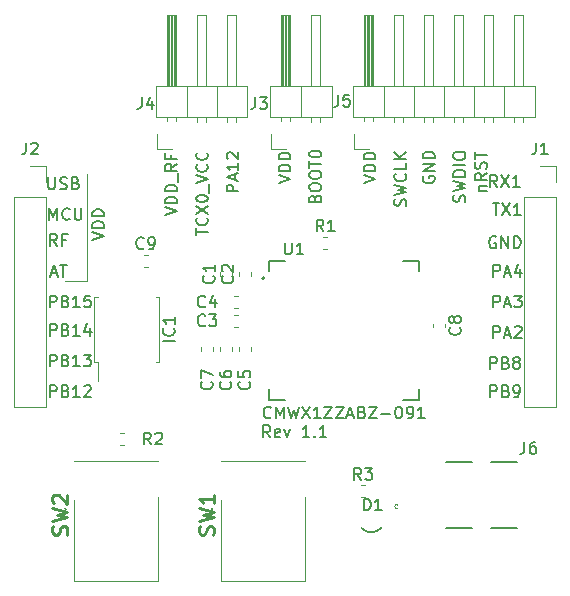
<source format=gbr>
G04 #@! TF.GenerationSoftware,KiCad,Pcbnew,(5.1.4)-1*
G04 #@! TF.CreationDate,2020-02-25T16:56:55+01:00*
G04 #@! TF.ProjectId,Master Thesis PCB,4d617374-6572-4205-9468-657369732050,rev?*
G04 #@! TF.SameCoordinates,Original*
G04 #@! TF.FileFunction,Legend,Top*
G04 #@! TF.FilePolarity,Positive*
%FSLAX46Y46*%
G04 Gerber Fmt 4.6, Leading zero omitted, Abs format (unit mm)*
G04 Created by KiCad (PCBNEW (5.1.4)-1) date 2020-02-25 16:56:55*
%MOMM*%
%LPD*%
G04 APERTURE LIST*
%ADD10C,0.150000*%
%ADD11C,0.120000*%
%ADD12C,0.200000*%
%ADD13C,0.100000*%
%ADD14C,0.127000*%
%ADD15C,0.015000*%
%ADD16C,0.254000*%
G04 APERTURE END LIST*
D10*
X121128571Y-101652380D02*
X120795238Y-101176190D01*
X120557142Y-101652380D02*
X120557142Y-100652380D01*
X120938095Y-100652380D01*
X121033333Y-100700000D01*
X121080952Y-100747619D01*
X121128571Y-100842857D01*
X121128571Y-100985714D01*
X121080952Y-101080952D01*
X121033333Y-101128571D01*
X120938095Y-101176190D01*
X120557142Y-101176190D01*
X121938095Y-101604761D02*
X121842857Y-101652380D01*
X121652380Y-101652380D01*
X121557142Y-101604761D01*
X121509523Y-101509523D01*
X121509523Y-101128571D01*
X121557142Y-101033333D01*
X121652380Y-100985714D01*
X121842857Y-100985714D01*
X121938095Y-101033333D01*
X121985714Y-101128571D01*
X121985714Y-101223809D01*
X121509523Y-101319047D01*
X122319047Y-100985714D02*
X122557142Y-101652380D01*
X122795238Y-100985714D01*
X124461904Y-101652380D02*
X123890476Y-101652380D01*
X124176190Y-101652380D02*
X124176190Y-100652380D01*
X124080952Y-100795238D01*
X123985714Y-100890476D01*
X123890476Y-100938095D01*
X124890476Y-101557142D02*
X124938095Y-101604761D01*
X124890476Y-101652380D01*
X124842857Y-101604761D01*
X124890476Y-101557142D01*
X124890476Y-101652380D01*
X125890476Y-101652380D02*
X125319047Y-101652380D01*
X125604761Y-101652380D02*
X125604761Y-100652380D01*
X125509523Y-100795238D01*
X125414285Y-100890476D01*
X125319047Y-100938095D01*
X102485714Y-98252380D02*
X102485714Y-97252380D01*
X102866666Y-97252380D01*
X102961904Y-97300000D01*
X103009523Y-97347619D01*
X103057142Y-97442857D01*
X103057142Y-97585714D01*
X103009523Y-97680952D01*
X102961904Y-97728571D01*
X102866666Y-97776190D01*
X102485714Y-97776190D01*
X103819047Y-97728571D02*
X103961904Y-97776190D01*
X104009523Y-97823809D01*
X104057142Y-97919047D01*
X104057142Y-98061904D01*
X104009523Y-98157142D01*
X103961904Y-98204761D01*
X103866666Y-98252380D01*
X103485714Y-98252380D01*
X103485714Y-97252380D01*
X103819047Y-97252380D01*
X103914285Y-97300000D01*
X103961904Y-97347619D01*
X104009523Y-97442857D01*
X104009523Y-97538095D01*
X103961904Y-97633333D01*
X103914285Y-97680952D01*
X103819047Y-97728571D01*
X103485714Y-97728571D01*
X105009523Y-98252380D02*
X104438095Y-98252380D01*
X104723809Y-98252380D02*
X104723809Y-97252380D01*
X104628571Y-97395238D01*
X104533333Y-97490476D01*
X104438095Y-97538095D01*
X105390476Y-97347619D02*
X105438095Y-97300000D01*
X105533333Y-97252380D01*
X105771428Y-97252380D01*
X105866666Y-97300000D01*
X105914285Y-97347619D01*
X105961904Y-97442857D01*
X105961904Y-97538095D01*
X105914285Y-97680952D01*
X105342857Y-98252380D01*
X105961904Y-98252380D01*
X102485714Y-95652380D02*
X102485714Y-94652380D01*
X102866666Y-94652380D01*
X102961904Y-94700000D01*
X103009523Y-94747619D01*
X103057142Y-94842857D01*
X103057142Y-94985714D01*
X103009523Y-95080952D01*
X102961904Y-95128571D01*
X102866666Y-95176190D01*
X102485714Y-95176190D01*
X103819047Y-95128571D02*
X103961904Y-95176190D01*
X104009523Y-95223809D01*
X104057142Y-95319047D01*
X104057142Y-95461904D01*
X104009523Y-95557142D01*
X103961904Y-95604761D01*
X103866666Y-95652380D01*
X103485714Y-95652380D01*
X103485714Y-94652380D01*
X103819047Y-94652380D01*
X103914285Y-94700000D01*
X103961904Y-94747619D01*
X104009523Y-94842857D01*
X104009523Y-94938095D01*
X103961904Y-95033333D01*
X103914285Y-95080952D01*
X103819047Y-95128571D01*
X103485714Y-95128571D01*
X105009523Y-95652380D02*
X104438095Y-95652380D01*
X104723809Y-95652380D02*
X104723809Y-94652380D01*
X104628571Y-94795238D01*
X104533333Y-94890476D01*
X104438095Y-94938095D01*
X105342857Y-94652380D02*
X105961904Y-94652380D01*
X105628571Y-95033333D01*
X105771428Y-95033333D01*
X105866666Y-95080952D01*
X105914285Y-95128571D01*
X105961904Y-95223809D01*
X105961904Y-95461904D01*
X105914285Y-95557142D01*
X105866666Y-95604761D01*
X105771428Y-95652380D01*
X105485714Y-95652380D01*
X105390476Y-95604761D01*
X105342857Y-95557142D01*
X102485714Y-93052380D02*
X102485714Y-92052380D01*
X102866666Y-92052380D01*
X102961904Y-92100000D01*
X103009523Y-92147619D01*
X103057142Y-92242857D01*
X103057142Y-92385714D01*
X103009523Y-92480952D01*
X102961904Y-92528571D01*
X102866666Y-92576190D01*
X102485714Y-92576190D01*
X103819047Y-92528571D02*
X103961904Y-92576190D01*
X104009523Y-92623809D01*
X104057142Y-92719047D01*
X104057142Y-92861904D01*
X104009523Y-92957142D01*
X103961904Y-93004761D01*
X103866666Y-93052380D01*
X103485714Y-93052380D01*
X103485714Y-92052380D01*
X103819047Y-92052380D01*
X103914285Y-92100000D01*
X103961904Y-92147619D01*
X104009523Y-92242857D01*
X104009523Y-92338095D01*
X103961904Y-92433333D01*
X103914285Y-92480952D01*
X103819047Y-92528571D01*
X103485714Y-92528571D01*
X105009523Y-93052380D02*
X104438095Y-93052380D01*
X104723809Y-93052380D02*
X104723809Y-92052380D01*
X104628571Y-92195238D01*
X104533333Y-92290476D01*
X104438095Y-92338095D01*
X105866666Y-92385714D02*
X105866666Y-93052380D01*
X105628571Y-92004761D02*
X105390476Y-92719047D01*
X106009523Y-92719047D01*
X102485714Y-90652380D02*
X102485714Y-89652380D01*
X102866666Y-89652380D01*
X102961904Y-89700000D01*
X103009523Y-89747619D01*
X103057142Y-89842857D01*
X103057142Y-89985714D01*
X103009523Y-90080952D01*
X102961904Y-90128571D01*
X102866666Y-90176190D01*
X102485714Y-90176190D01*
X103819047Y-90128571D02*
X103961904Y-90176190D01*
X104009523Y-90223809D01*
X104057142Y-90319047D01*
X104057142Y-90461904D01*
X104009523Y-90557142D01*
X103961904Y-90604761D01*
X103866666Y-90652380D01*
X103485714Y-90652380D01*
X103485714Y-89652380D01*
X103819047Y-89652380D01*
X103914285Y-89700000D01*
X103961904Y-89747619D01*
X104009523Y-89842857D01*
X104009523Y-89938095D01*
X103961904Y-90033333D01*
X103914285Y-90080952D01*
X103819047Y-90128571D01*
X103485714Y-90128571D01*
X105009523Y-90652380D02*
X104438095Y-90652380D01*
X104723809Y-90652380D02*
X104723809Y-89652380D01*
X104628571Y-89795238D01*
X104533333Y-89890476D01*
X104438095Y-89938095D01*
X105914285Y-89652380D02*
X105438095Y-89652380D01*
X105390476Y-90128571D01*
X105438095Y-90080952D01*
X105533333Y-90033333D01*
X105771428Y-90033333D01*
X105866666Y-90080952D01*
X105914285Y-90128571D01*
X105961904Y-90223809D01*
X105961904Y-90461904D01*
X105914285Y-90557142D01*
X105866666Y-90604761D01*
X105771428Y-90652380D01*
X105533333Y-90652380D01*
X105438095Y-90604761D01*
X105390476Y-90557142D01*
X106052380Y-84933333D02*
X107052380Y-84600000D01*
X106052380Y-84266666D01*
X107052380Y-83933333D02*
X106052380Y-83933333D01*
X106052380Y-83695238D01*
X106100000Y-83552380D01*
X106195238Y-83457142D01*
X106290476Y-83409523D01*
X106480952Y-83361904D01*
X106623809Y-83361904D01*
X106814285Y-83409523D01*
X106909523Y-83457142D01*
X107004761Y-83552380D01*
X107052380Y-83695238D01*
X107052380Y-83933333D01*
X107052380Y-82933333D02*
X106052380Y-82933333D01*
X106052380Y-82695238D01*
X106100000Y-82552380D01*
X106195238Y-82457142D01*
X106290476Y-82409523D01*
X106480952Y-82361904D01*
X106623809Y-82361904D01*
X106814285Y-82409523D01*
X106909523Y-82457142D01*
X107004761Y-82552380D01*
X107052380Y-82695238D01*
X107052380Y-82933333D01*
D11*
X105600000Y-88400000D02*
X105600000Y-79400000D01*
X103800000Y-88400000D02*
X105600000Y-88400000D01*
D10*
X102442857Y-83252380D02*
X102442857Y-82252380D01*
X102776190Y-82966666D01*
X103109523Y-82252380D01*
X103109523Y-83252380D01*
X104157142Y-83157142D02*
X104109523Y-83204761D01*
X103966666Y-83252380D01*
X103871428Y-83252380D01*
X103728571Y-83204761D01*
X103633333Y-83109523D01*
X103585714Y-83014285D01*
X103538095Y-82823809D01*
X103538095Y-82680952D01*
X103585714Y-82490476D01*
X103633333Y-82395238D01*
X103728571Y-82300000D01*
X103871428Y-82252380D01*
X103966666Y-82252380D01*
X104109523Y-82300000D01*
X104157142Y-82347619D01*
X104585714Y-82252380D02*
X104585714Y-83061904D01*
X104633333Y-83157142D01*
X104680952Y-83204761D01*
X104776190Y-83252380D01*
X104966666Y-83252380D01*
X105061904Y-83204761D01*
X105109523Y-83157142D01*
X105157142Y-83061904D01*
X105157142Y-82252380D01*
X103080952Y-85452380D02*
X102747619Y-84976190D01*
X102509523Y-85452380D02*
X102509523Y-84452380D01*
X102890476Y-84452380D01*
X102985714Y-84500000D01*
X103033333Y-84547619D01*
X103080952Y-84642857D01*
X103080952Y-84785714D01*
X103033333Y-84880952D01*
X102985714Y-84928571D01*
X102890476Y-84976190D01*
X102509523Y-84976190D01*
X103842857Y-84928571D02*
X103509523Y-84928571D01*
X103509523Y-85452380D02*
X103509523Y-84452380D01*
X103985714Y-84452380D01*
X102580952Y-87766666D02*
X103057142Y-87766666D01*
X102485714Y-88052380D02*
X102819047Y-87052380D01*
X103152380Y-88052380D01*
X103342857Y-87052380D02*
X103914285Y-87052380D01*
X103628571Y-88052380D02*
X103628571Y-87052380D01*
X102338095Y-79652380D02*
X102338095Y-80461904D01*
X102385714Y-80557142D01*
X102433333Y-80604761D01*
X102528571Y-80652380D01*
X102719047Y-80652380D01*
X102814285Y-80604761D01*
X102861904Y-80557142D01*
X102909523Y-80461904D01*
X102909523Y-79652380D01*
X103338095Y-80604761D02*
X103480952Y-80652380D01*
X103719047Y-80652380D01*
X103814285Y-80604761D01*
X103861904Y-80557142D01*
X103909523Y-80461904D01*
X103909523Y-80366666D01*
X103861904Y-80271428D01*
X103814285Y-80223809D01*
X103719047Y-80176190D01*
X103528571Y-80128571D01*
X103433333Y-80080952D01*
X103385714Y-80033333D01*
X103338095Y-79938095D01*
X103338095Y-79842857D01*
X103385714Y-79747619D01*
X103433333Y-79700000D01*
X103528571Y-79652380D01*
X103766666Y-79652380D01*
X103909523Y-79700000D01*
X104671428Y-80128571D02*
X104814285Y-80176190D01*
X104861904Y-80223809D01*
X104909523Y-80319047D01*
X104909523Y-80461904D01*
X104861904Y-80557142D01*
X104814285Y-80604761D01*
X104719047Y-80652380D01*
X104338095Y-80652380D01*
X104338095Y-79652380D01*
X104671428Y-79652380D01*
X104766666Y-79700000D01*
X104814285Y-79747619D01*
X104861904Y-79842857D01*
X104861904Y-79938095D01*
X104814285Y-80033333D01*
X104766666Y-80080952D01*
X104671428Y-80128571D01*
X104338095Y-80128571D01*
X139761904Y-98252380D02*
X139761904Y-97252380D01*
X140142857Y-97252380D01*
X140238095Y-97300000D01*
X140285714Y-97347619D01*
X140333333Y-97442857D01*
X140333333Y-97585714D01*
X140285714Y-97680952D01*
X140238095Y-97728571D01*
X140142857Y-97776190D01*
X139761904Y-97776190D01*
X141095238Y-97728571D02*
X141238095Y-97776190D01*
X141285714Y-97823809D01*
X141333333Y-97919047D01*
X141333333Y-98061904D01*
X141285714Y-98157142D01*
X141238095Y-98204761D01*
X141142857Y-98252380D01*
X140761904Y-98252380D01*
X140761904Y-97252380D01*
X141095238Y-97252380D01*
X141190476Y-97300000D01*
X141238095Y-97347619D01*
X141285714Y-97442857D01*
X141285714Y-97538095D01*
X141238095Y-97633333D01*
X141190476Y-97680952D01*
X141095238Y-97728571D01*
X140761904Y-97728571D01*
X141809523Y-98252380D02*
X142000000Y-98252380D01*
X142095238Y-98204761D01*
X142142857Y-98157142D01*
X142238095Y-98014285D01*
X142285714Y-97823809D01*
X142285714Y-97442857D01*
X142238095Y-97347619D01*
X142190476Y-97300000D01*
X142095238Y-97252380D01*
X141904761Y-97252380D01*
X141809523Y-97300000D01*
X141761904Y-97347619D01*
X141714285Y-97442857D01*
X141714285Y-97680952D01*
X141761904Y-97776190D01*
X141809523Y-97823809D01*
X141904761Y-97871428D01*
X142095238Y-97871428D01*
X142190476Y-97823809D01*
X142238095Y-97776190D01*
X142285714Y-97680952D01*
X139761904Y-95852380D02*
X139761904Y-94852380D01*
X140142857Y-94852380D01*
X140238095Y-94900000D01*
X140285714Y-94947619D01*
X140333333Y-95042857D01*
X140333333Y-95185714D01*
X140285714Y-95280952D01*
X140238095Y-95328571D01*
X140142857Y-95376190D01*
X139761904Y-95376190D01*
X141095238Y-95328571D02*
X141238095Y-95376190D01*
X141285714Y-95423809D01*
X141333333Y-95519047D01*
X141333333Y-95661904D01*
X141285714Y-95757142D01*
X141238095Y-95804761D01*
X141142857Y-95852380D01*
X140761904Y-95852380D01*
X140761904Y-94852380D01*
X141095238Y-94852380D01*
X141190476Y-94900000D01*
X141238095Y-94947619D01*
X141285714Y-95042857D01*
X141285714Y-95138095D01*
X141238095Y-95233333D01*
X141190476Y-95280952D01*
X141095238Y-95328571D01*
X140761904Y-95328571D01*
X141904761Y-95280952D02*
X141809523Y-95233333D01*
X141761904Y-95185714D01*
X141714285Y-95090476D01*
X141714285Y-95042857D01*
X141761904Y-94947619D01*
X141809523Y-94900000D01*
X141904761Y-94852380D01*
X142095238Y-94852380D01*
X142190476Y-94900000D01*
X142238095Y-94947619D01*
X142285714Y-95042857D01*
X142285714Y-95090476D01*
X142238095Y-95185714D01*
X142190476Y-95233333D01*
X142095238Y-95280952D01*
X141904761Y-95280952D01*
X141809523Y-95328571D01*
X141761904Y-95376190D01*
X141714285Y-95471428D01*
X141714285Y-95661904D01*
X141761904Y-95757142D01*
X141809523Y-95804761D01*
X141904761Y-95852380D01*
X142095238Y-95852380D01*
X142190476Y-95804761D01*
X142238095Y-95757142D01*
X142285714Y-95661904D01*
X142285714Y-95471428D01*
X142238095Y-95376190D01*
X142190476Y-95328571D01*
X142095238Y-95280952D01*
X140033333Y-93252380D02*
X140033333Y-92252380D01*
X140414285Y-92252380D01*
X140509523Y-92300000D01*
X140557142Y-92347619D01*
X140604761Y-92442857D01*
X140604761Y-92585714D01*
X140557142Y-92680952D01*
X140509523Y-92728571D01*
X140414285Y-92776190D01*
X140033333Y-92776190D01*
X140985714Y-92966666D02*
X141461904Y-92966666D01*
X140890476Y-93252380D02*
X141223809Y-92252380D01*
X141557142Y-93252380D01*
X141842857Y-92347619D02*
X141890476Y-92300000D01*
X141985714Y-92252380D01*
X142223809Y-92252380D01*
X142319047Y-92300000D01*
X142366666Y-92347619D01*
X142414285Y-92442857D01*
X142414285Y-92538095D01*
X142366666Y-92680952D01*
X141795238Y-93252380D01*
X142414285Y-93252380D01*
X140033333Y-90652380D02*
X140033333Y-89652380D01*
X140414285Y-89652380D01*
X140509523Y-89700000D01*
X140557142Y-89747619D01*
X140604761Y-89842857D01*
X140604761Y-89985714D01*
X140557142Y-90080952D01*
X140509523Y-90128571D01*
X140414285Y-90176190D01*
X140033333Y-90176190D01*
X140985714Y-90366666D02*
X141461904Y-90366666D01*
X140890476Y-90652380D02*
X141223809Y-89652380D01*
X141557142Y-90652380D01*
X141795238Y-89652380D02*
X142414285Y-89652380D01*
X142080952Y-90033333D01*
X142223809Y-90033333D01*
X142319047Y-90080952D01*
X142366666Y-90128571D01*
X142414285Y-90223809D01*
X142414285Y-90461904D01*
X142366666Y-90557142D01*
X142319047Y-90604761D01*
X142223809Y-90652380D01*
X141938095Y-90652380D01*
X141842857Y-90604761D01*
X141795238Y-90557142D01*
X140033333Y-88052380D02*
X140033333Y-87052380D01*
X140414285Y-87052380D01*
X140509523Y-87100000D01*
X140557142Y-87147619D01*
X140604761Y-87242857D01*
X140604761Y-87385714D01*
X140557142Y-87480952D01*
X140509523Y-87528571D01*
X140414285Y-87576190D01*
X140033333Y-87576190D01*
X140985714Y-87766666D02*
X141461904Y-87766666D01*
X140890476Y-88052380D02*
X141223809Y-87052380D01*
X141557142Y-88052380D01*
X142319047Y-87385714D02*
X142319047Y-88052380D01*
X142080952Y-87004761D02*
X141842857Y-87719047D01*
X142461904Y-87719047D01*
X140238095Y-84700000D02*
X140142857Y-84652380D01*
X140000000Y-84652380D01*
X139857142Y-84700000D01*
X139761904Y-84795238D01*
X139714285Y-84890476D01*
X139666666Y-85080952D01*
X139666666Y-85223809D01*
X139714285Y-85414285D01*
X139761904Y-85509523D01*
X139857142Y-85604761D01*
X140000000Y-85652380D01*
X140095238Y-85652380D01*
X140238095Y-85604761D01*
X140285714Y-85557142D01*
X140285714Y-85223809D01*
X140095238Y-85223809D01*
X140714285Y-85652380D02*
X140714285Y-84652380D01*
X141285714Y-85652380D01*
X141285714Y-84652380D01*
X141761904Y-85652380D02*
X141761904Y-84652380D01*
X142000000Y-84652380D01*
X142142857Y-84700000D01*
X142238095Y-84795238D01*
X142285714Y-84890476D01*
X142333333Y-85080952D01*
X142333333Y-85223809D01*
X142285714Y-85414285D01*
X142238095Y-85509523D01*
X142142857Y-85604761D01*
X142000000Y-85652380D01*
X141761904Y-85652380D01*
X139961904Y-81852380D02*
X140533333Y-81852380D01*
X140247619Y-82852380D02*
X140247619Y-81852380D01*
X140771428Y-81852380D02*
X141438095Y-82852380D01*
X141438095Y-81852380D02*
X140771428Y-82852380D01*
X142342857Y-82852380D02*
X141771428Y-82852380D01*
X142057142Y-82852380D02*
X142057142Y-81852380D01*
X141961904Y-81995238D01*
X141866666Y-82090476D01*
X141771428Y-82138095D01*
X140357142Y-80452380D02*
X140023809Y-79976190D01*
X139785714Y-80452380D02*
X139785714Y-79452380D01*
X140166666Y-79452380D01*
X140261904Y-79500000D01*
X140309523Y-79547619D01*
X140357142Y-79642857D01*
X140357142Y-79785714D01*
X140309523Y-79880952D01*
X140261904Y-79928571D01*
X140166666Y-79976190D01*
X139785714Y-79976190D01*
X140690476Y-79452380D02*
X141357142Y-80452380D01*
X141357142Y-79452380D02*
X140690476Y-80452380D01*
X142261904Y-80452380D02*
X141690476Y-80452380D01*
X141976190Y-80452380D02*
X141976190Y-79452380D01*
X141880952Y-79595238D01*
X141785714Y-79690476D01*
X141690476Y-79738095D01*
X138785714Y-80771428D02*
X139452380Y-80771428D01*
X138880952Y-80771428D02*
X138833333Y-80723809D01*
X138785714Y-80628571D01*
X138785714Y-80485714D01*
X138833333Y-80390476D01*
X138928571Y-80342857D01*
X139452380Y-80342857D01*
X139452380Y-79295238D02*
X138976190Y-79628571D01*
X139452380Y-79866666D02*
X138452380Y-79866666D01*
X138452380Y-79485714D01*
X138500000Y-79390476D01*
X138547619Y-79342857D01*
X138642857Y-79295238D01*
X138785714Y-79295238D01*
X138880952Y-79342857D01*
X138928571Y-79390476D01*
X138976190Y-79485714D01*
X138976190Y-79866666D01*
X139404761Y-78914285D02*
X139452380Y-78771428D01*
X139452380Y-78533333D01*
X139404761Y-78438095D01*
X139357142Y-78390476D01*
X139261904Y-78342857D01*
X139166666Y-78342857D01*
X139071428Y-78390476D01*
X139023809Y-78438095D01*
X138976190Y-78533333D01*
X138928571Y-78723809D01*
X138880952Y-78819047D01*
X138833333Y-78866666D01*
X138738095Y-78914285D01*
X138642857Y-78914285D01*
X138547619Y-78866666D01*
X138500000Y-78819047D01*
X138452380Y-78723809D01*
X138452380Y-78485714D01*
X138500000Y-78342857D01*
X138452380Y-78057142D02*
X138452380Y-77485714D01*
X139452380Y-77771428D02*
X138452380Y-77771428D01*
X137604761Y-81719047D02*
X137652380Y-81576190D01*
X137652380Y-81338095D01*
X137604761Y-81242857D01*
X137557142Y-81195238D01*
X137461904Y-81147619D01*
X137366666Y-81147619D01*
X137271428Y-81195238D01*
X137223809Y-81242857D01*
X137176190Y-81338095D01*
X137128571Y-81528571D01*
X137080952Y-81623809D01*
X137033333Y-81671428D01*
X136938095Y-81719047D01*
X136842857Y-81719047D01*
X136747619Y-81671428D01*
X136700000Y-81623809D01*
X136652380Y-81528571D01*
X136652380Y-81290476D01*
X136700000Y-81147619D01*
X136652380Y-80814285D02*
X137652380Y-80576190D01*
X136938095Y-80385714D01*
X137652380Y-80195238D01*
X136652380Y-79957142D01*
X137652380Y-79576190D02*
X136652380Y-79576190D01*
X136652380Y-79338095D01*
X136700000Y-79195238D01*
X136795238Y-79100000D01*
X136890476Y-79052380D01*
X137080952Y-79004761D01*
X137223809Y-79004761D01*
X137414285Y-79052380D01*
X137509523Y-79100000D01*
X137604761Y-79195238D01*
X137652380Y-79338095D01*
X137652380Y-79576190D01*
X137652380Y-78576190D02*
X136652380Y-78576190D01*
X136652380Y-77909523D02*
X136652380Y-77719047D01*
X136700000Y-77623809D01*
X136795238Y-77528571D01*
X136985714Y-77480952D01*
X137319047Y-77480952D01*
X137509523Y-77528571D01*
X137604761Y-77623809D01*
X137652380Y-77719047D01*
X137652380Y-77909523D01*
X137604761Y-78004761D01*
X137509523Y-78100000D01*
X137319047Y-78147619D01*
X136985714Y-78147619D01*
X136795238Y-78100000D01*
X136700000Y-78004761D01*
X136652380Y-77909523D01*
X134100000Y-79561904D02*
X134052380Y-79657142D01*
X134052380Y-79800000D01*
X134100000Y-79942857D01*
X134195238Y-80038095D01*
X134290476Y-80085714D01*
X134480952Y-80133333D01*
X134623809Y-80133333D01*
X134814285Y-80085714D01*
X134909523Y-80038095D01*
X135004761Y-79942857D01*
X135052380Y-79800000D01*
X135052380Y-79704761D01*
X135004761Y-79561904D01*
X134957142Y-79514285D01*
X134623809Y-79514285D01*
X134623809Y-79704761D01*
X135052380Y-79085714D02*
X134052380Y-79085714D01*
X135052380Y-78514285D01*
X134052380Y-78514285D01*
X135052380Y-78038095D02*
X134052380Y-78038095D01*
X134052380Y-77800000D01*
X134100000Y-77657142D01*
X134195238Y-77561904D01*
X134290476Y-77514285D01*
X134480952Y-77466666D01*
X134623809Y-77466666D01*
X134814285Y-77514285D01*
X134909523Y-77561904D01*
X135004761Y-77657142D01*
X135052380Y-77800000D01*
X135052380Y-78038095D01*
X132604761Y-82061904D02*
X132652380Y-81919047D01*
X132652380Y-81680952D01*
X132604761Y-81585714D01*
X132557142Y-81538095D01*
X132461904Y-81490476D01*
X132366666Y-81490476D01*
X132271428Y-81538095D01*
X132223809Y-81585714D01*
X132176190Y-81680952D01*
X132128571Y-81871428D01*
X132080952Y-81966666D01*
X132033333Y-82014285D01*
X131938095Y-82061904D01*
X131842857Y-82061904D01*
X131747619Y-82014285D01*
X131700000Y-81966666D01*
X131652380Y-81871428D01*
X131652380Y-81633333D01*
X131700000Y-81490476D01*
X131652380Y-81157142D02*
X132652380Y-80919047D01*
X131938095Y-80728571D01*
X132652380Y-80538095D01*
X131652380Y-80300000D01*
X132557142Y-79347619D02*
X132604761Y-79395238D01*
X132652380Y-79538095D01*
X132652380Y-79633333D01*
X132604761Y-79776190D01*
X132509523Y-79871428D01*
X132414285Y-79919047D01*
X132223809Y-79966666D01*
X132080952Y-79966666D01*
X131890476Y-79919047D01*
X131795238Y-79871428D01*
X131700000Y-79776190D01*
X131652380Y-79633333D01*
X131652380Y-79538095D01*
X131700000Y-79395238D01*
X131747619Y-79347619D01*
X132652380Y-78442857D02*
X132652380Y-78919047D01*
X131652380Y-78919047D01*
X132652380Y-78109523D02*
X131652380Y-78109523D01*
X132652380Y-77538095D02*
X132080952Y-77966666D01*
X131652380Y-77538095D02*
X132223809Y-78109523D01*
X129052380Y-80133333D02*
X130052380Y-79800000D01*
X129052380Y-79466666D01*
X130052380Y-79133333D02*
X129052380Y-79133333D01*
X129052380Y-78895238D01*
X129100000Y-78752380D01*
X129195238Y-78657142D01*
X129290476Y-78609523D01*
X129480952Y-78561904D01*
X129623809Y-78561904D01*
X129814285Y-78609523D01*
X129909523Y-78657142D01*
X130004761Y-78752380D01*
X130052380Y-78895238D01*
X130052380Y-79133333D01*
X130052380Y-78133333D02*
X129052380Y-78133333D01*
X129052380Y-77895238D01*
X129100000Y-77752380D01*
X129195238Y-77657142D01*
X129290476Y-77609523D01*
X129480952Y-77561904D01*
X129623809Y-77561904D01*
X129814285Y-77609523D01*
X129909523Y-77657142D01*
X130004761Y-77752380D01*
X130052380Y-77895238D01*
X130052380Y-78133333D01*
X124928571Y-81433333D02*
X124976190Y-81290476D01*
X125023809Y-81242857D01*
X125119047Y-81195238D01*
X125261904Y-81195238D01*
X125357142Y-81242857D01*
X125404761Y-81290476D01*
X125452380Y-81385714D01*
X125452380Y-81766666D01*
X124452380Y-81766666D01*
X124452380Y-81433333D01*
X124500000Y-81338095D01*
X124547619Y-81290476D01*
X124642857Y-81242857D01*
X124738095Y-81242857D01*
X124833333Y-81290476D01*
X124880952Y-81338095D01*
X124928571Y-81433333D01*
X124928571Y-81766666D01*
X124452380Y-80576190D02*
X124452380Y-80385714D01*
X124500000Y-80290476D01*
X124595238Y-80195238D01*
X124785714Y-80147619D01*
X125119047Y-80147619D01*
X125309523Y-80195238D01*
X125404761Y-80290476D01*
X125452380Y-80385714D01*
X125452380Y-80576190D01*
X125404761Y-80671428D01*
X125309523Y-80766666D01*
X125119047Y-80814285D01*
X124785714Y-80814285D01*
X124595238Y-80766666D01*
X124500000Y-80671428D01*
X124452380Y-80576190D01*
X124452380Y-79528571D02*
X124452380Y-79338095D01*
X124500000Y-79242857D01*
X124595238Y-79147619D01*
X124785714Y-79100000D01*
X125119047Y-79100000D01*
X125309523Y-79147619D01*
X125404761Y-79242857D01*
X125452380Y-79338095D01*
X125452380Y-79528571D01*
X125404761Y-79623809D01*
X125309523Y-79719047D01*
X125119047Y-79766666D01*
X124785714Y-79766666D01*
X124595238Y-79719047D01*
X124500000Y-79623809D01*
X124452380Y-79528571D01*
X124452380Y-78814285D02*
X124452380Y-78242857D01*
X125452380Y-78528571D02*
X124452380Y-78528571D01*
X124452380Y-77719047D02*
X124452380Y-77623809D01*
X124500000Y-77528571D01*
X124547619Y-77480952D01*
X124642857Y-77433333D01*
X124833333Y-77385714D01*
X125071428Y-77385714D01*
X125261904Y-77433333D01*
X125357142Y-77480952D01*
X125404761Y-77528571D01*
X125452380Y-77623809D01*
X125452380Y-77719047D01*
X125404761Y-77814285D01*
X125357142Y-77861904D01*
X125261904Y-77909523D01*
X125071428Y-77957142D01*
X124833333Y-77957142D01*
X124642857Y-77909523D01*
X124547619Y-77861904D01*
X124500000Y-77814285D01*
X124452380Y-77719047D01*
X121852380Y-80133333D02*
X122852380Y-79800000D01*
X121852380Y-79466666D01*
X122852380Y-79133333D02*
X121852380Y-79133333D01*
X121852380Y-78895238D01*
X121900000Y-78752380D01*
X121995238Y-78657142D01*
X122090476Y-78609523D01*
X122280952Y-78561904D01*
X122423809Y-78561904D01*
X122614285Y-78609523D01*
X122709523Y-78657142D01*
X122804761Y-78752380D01*
X122852380Y-78895238D01*
X122852380Y-79133333D01*
X122852380Y-78133333D02*
X121852380Y-78133333D01*
X121852380Y-77895238D01*
X121900000Y-77752380D01*
X121995238Y-77657142D01*
X122090476Y-77609523D01*
X122280952Y-77561904D01*
X122423809Y-77561904D01*
X122614285Y-77609523D01*
X122709523Y-77657142D01*
X122804761Y-77752380D01*
X122852380Y-77895238D01*
X122852380Y-78133333D01*
X118452380Y-80842857D02*
X117452380Y-80842857D01*
X117452380Y-80461904D01*
X117500000Y-80366666D01*
X117547619Y-80319047D01*
X117642857Y-80271428D01*
X117785714Y-80271428D01*
X117880952Y-80319047D01*
X117928571Y-80366666D01*
X117976190Y-80461904D01*
X117976190Y-80842857D01*
X118166666Y-79890476D02*
X118166666Y-79414285D01*
X118452380Y-79985714D02*
X117452380Y-79652380D01*
X118452380Y-79319047D01*
X118452380Y-78461904D02*
X118452380Y-79033333D01*
X118452380Y-78747619D02*
X117452380Y-78747619D01*
X117595238Y-78842857D01*
X117690476Y-78938095D01*
X117738095Y-79033333D01*
X117547619Y-78080952D02*
X117500000Y-78033333D01*
X117452380Y-77938095D01*
X117452380Y-77700000D01*
X117500000Y-77604761D01*
X117547619Y-77557142D01*
X117642857Y-77509523D01*
X117738095Y-77509523D01*
X117880952Y-77557142D01*
X118452380Y-78128571D01*
X118452380Y-77509523D01*
X114852380Y-84547619D02*
X114852380Y-83976190D01*
X115852380Y-84261904D02*
X114852380Y-84261904D01*
X115757142Y-83071428D02*
X115804761Y-83119047D01*
X115852380Y-83261904D01*
X115852380Y-83357142D01*
X115804761Y-83500000D01*
X115709523Y-83595238D01*
X115614285Y-83642857D01*
X115423809Y-83690476D01*
X115280952Y-83690476D01*
X115090476Y-83642857D01*
X114995238Y-83595238D01*
X114900000Y-83500000D01*
X114852380Y-83357142D01*
X114852380Y-83261904D01*
X114900000Y-83119047D01*
X114947619Y-83071428D01*
X114852380Y-82738095D02*
X115852380Y-82071428D01*
X114852380Y-82071428D02*
X115852380Y-82738095D01*
X114852380Y-81500000D02*
X114852380Y-81404761D01*
X114900000Y-81309523D01*
X114947619Y-81261904D01*
X115042857Y-81214285D01*
X115233333Y-81166666D01*
X115471428Y-81166666D01*
X115661904Y-81214285D01*
X115757142Y-81261904D01*
X115804761Y-81309523D01*
X115852380Y-81404761D01*
X115852380Y-81500000D01*
X115804761Y-81595238D01*
X115757142Y-81642857D01*
X115661904Y-81690476D01*
X115471428Y-81738095D01*
X115233333Y-81738095D01*
X115042857Y-81690476D01*
X114947619Y-81642857D01*
X114900000Y-81595238D01*
X114852380Y-81500000D01*
X115947619Y-80976190D02*
X115947619Y-80214285D01*
X114852380Y-80119047D02*
X115852380Y-79785714D01*
X114852380Y-79452380D01*
X115757142Y-78547619D02*
X115804761Y-78595238D01*
X115852380Y-78738095D01*
X115852380Y-78833333D01*
X115804761Y-78976190D01*
X115709523Y-79071428D01*
X115614285Y-79119047D01*
X115423809Y-79166666D01*
X115280952Y-79166666D01*
X115090476Y-79119047D01*
X114995238Y-79071428D01*
X114900000Y-78976190D01*
X114852380Y-78833333D01*
X114852380Y-78738095D01*
X114900000Y-78595238D01*
X114947619Y-78547619D01*
X115757142Y-77547619D02*
X115804761Y-77595238D01*
X115852380Y-77738095D01*
X115852380Y-77833333D01*
X115804761Y-77976190D01*
X115709523Y-78071428D01*
X115614285Y-78119047D01*
X115423809Y-78166666D01*
X115280952Y-78166666D01*
X115090476Y-78119047D01*
X114995238Y-78071428D01*
X114900000Y-77976190D01*
X114852380Y-77833333D01*
X114852380Y-77738095D01*
X114900000Y-77595238D01*
X114947619Y-77547619D01*
X112252380Y-82842857D02*
X113252380Y-82509523D01*
X112252380Y-82176190D01*
X113252380Y-81842857D02*
X112252380Y-81842857D01*
X112252380Y-81604761D01*
X112300000Y-81461904D01*
X112395238Y-81366666D01*
X112490476Y-81319047D01*
X112680952Y-81271428D01*
X112823809Y-81271428D01*
X113014285Y-81319047D01*
X113109523Y-81366666D01*
X113204761Y-81461904D01*
X113252380Y-81604761D01*
X113252380Y-81842857D01*
X113252380Y-80842857D02*
X112252380Y-80842857D01*
X112252380Y-80604761D01*
X112300000Y-80461904D01*
X112395238Y-80366666D01*
X112490476Y-80319047D01*
X112680952Y-80271428D01*
X112823809Y-80271428D01*
X113014285Y-80319047D01*
X113109523Y-80366666D01*
X113204761Y-80461904D01*
X113252380Y-80604761D01*
X113252380Y-80842857D01*
X113347619Y-80080952D02*
X113347619Y-79319047D01*
X113252380Y-78509523D02*
X112776190Y-78842857D01*
X113252380Y-79080952D02*
X112252380Y-79080952D01*
X112252380Y-78700000D01*
X112300000Y-78604761D01*
X112347619Y-78557142D01*
X112442857Y-78509523D01*
X112585714Y-78509523D01*
X112680952Y-78557142D01*
X112728571Y-78604761D01*
X112776190Y-78700000D01*
X112776190Y-79080952D01*
X112728571Y-77747619D02*
X112728571Y-78080952D01*
X113252380Y-78080952D02*
X112252380Y-78080952D01*
X112252380Y-77604761D01*
D12*
X130550000Y-109320000D02*
G75*
G02X128850000Y-109320000I-850000J755556D01*
G01*
D11*
X129150279Y-105690000D02*
X128824721Y-105690000D01*
X129150279Y-106710000D02*
X128824721Y-106710000D01*
D13*
X103845000Y-107690000D02*
G75*
G02X103745000Y-107690000I-50000J0D01*
G01*
X103745000Y-107690000D02*
G75*
G02X103845000Y-107690000I50000J0D01*
G01*
X103845000Y-107690000D02*
G75*
G02X103745000Y-107690000I-50000J0D01*
G01*
X103745000Y-107690000D02*
X103745000Y-107690000D01*
X103845000Y-107690000D02*
X103845000Y-107690000D01*
X103745000Y-107690000D02*
X103745000Y-107690000D01*
X111650000Y-106690000D02*
X111650000Y-113840000D01*
X111650000Y-106690000D02*
X111650000Y-106690000D01*
X111650000Y-113840000D02*
X111650000Y-106690000D01*
X111650000Y-113840000D02*
X111650000Y-113840000D01*
X104540000Y-113840000D02*
X104540000Y-113840000D01*
X111650000Y-113840000D02*
X104540000Y-113840000D01*
X111650000Y-113840000D02*
X111650000Y-113840000D01*
X104540000Y-113840000D02*
X111650000Y-113840000D01*
X104540000Y-113840000D02*
X104540000Y-106940000D01*
X104540000Y-113840000D02*
X104540000Y-113840000D01*
X104540000Y-106940000D02*
X104540000Y-113840000D01*
X104540000Y-106940000D02*
X104540000Y-106940000D01*
X104540000Y-103690000D02*
X104540000Y-103690000D01*
X111650000Y-103690000D02*
X104540000Y-103690000D01*
X111650000Y-103690000D02*
X111650000Y-103690000D01*
X104540000Y-103690000D02*
X111650000Y-103690000D01*
D11*
X108750279Y-101290000D02*
X108424721Y-101290000D01*
X108750279Y-102310000D02*
X108424721Y-102310000D01*
D13*
X116245000Y-107690000D02*
G75*
G02X116145000Y-107690000I-50000J0D01*
G01*
X116145000Y-107690000D02*
G75*
G02X116245000Y-107690000I50000J0D01*
G01*
X116245000Y-107690000D02*
G75*
G02X116145000Y-107690000I-50000J0D01*
G01*
X116145000Y-107690000D02*
X116145000Y-107690000D01*
X116245000Y-107690000D02*
X116245000Y-107690000D01*
X116145000Y-107690000D02*
X116145000Y-107690000D01*
X124050000Y-106690000D02*
X124050000Y-113840000D01*
X124050000Y-106690000D02*
X124050000Y-106690000D01*
X124050000Y-113840000D02*
X124050000Y-106690000D01*
X124050000Y-113840000D02*
X124050000Y-113840000D01*
X116940000Y-113840000D02*
X116940000Y-113840000D01*
X124050000Y-113840000D02*
X116940000Y-113840000D01*
X124050000Y-113840000D02*
X124050000Y-113840000D01*
X116940000Y-113840000D02*
X124050000Y-113840000D01*
X116940000Y-113840000D02*
X116940000Y-106940000D01*
X116940000Y-113840000D02*
X116940000Y-113840000D01*
X116940000Y-106940000D02*
X116940000Y-113840000D01*
X116940000Y-106940000D02*
X116940000Y-106940000D01*
X116940000Y-103690000D02*
X116940000Y-103690000D01*
X124050000Y-103690000D02*
X116940000Y-103690000D01*
X124050000Y-103690000D02*
X124050000Y-103690000D01*
X116940000Y-103690000D02*
X124050000Y-103690000D01*
D11*
X128230000Y-77270000D02*
X128230000Y-76000000D01*
X129500000Y-77270000D02*
X128230000Y-77270000D01*
X142580000Y-74957071D02*
X142580000Y-74560000D01*
X141820000Y-74957071D02*
X141820000Y-74560000D01*
X142580000Y-65900000D02*
X142580000Y-71900000D01*
X141820000Y-65900000D02*
X142580000Y-65900000D01*
X141820000Y-71900000D02*
X141820000Y-65900000D01*
X140930000Y-74560000D02*
X140930000Y-71900000D01*
X140040000Y-74957071D02*
X140040000Y-74560000D01*
X139280000Y-74957071D02*
X139280000Y-74560000D01*
X140040000Y-65900000D02*
X140040000Y-71900000D01*
X139280000Y-65900000D02*
X140040000Y-65900000D01*
X139280000Y-71900000D02*
X139280000Y-65900000D01*
X138390000Y-74560000D02*
X138390000Y-71900000D01*
X137500000Y-74957071D02*
X137500000Y-74560000D01*
X136740000Y-74957071D02*
X136740000Y-74560000D01*
X137500000Y-65900000D02*
X137500000Y-71900000D01*
X136740000Y-65900000D02*
X137500000Y-65900000D01*
X136740000Y-71900000D02*
X136740000Y-65900000D01*
X135850000Y-74560000D02*
X135850000Y-71900000D01*
X134960000Y-74957071D02*
X134960000Y-74560000D01*
X134200000Y-74957071D02*
X134200000Y-74560000D01*
X134960000Y-65900000D02*
X134960000Y-71900000D01*
X134200000Y-65900000D02*
X134960000Y-65900000D01*
X134200000Y-71900000D02*
X134200000Y-65900000D01*
X133310000Y-74560000D02*
X133310000Y-71900000D01*
X132420000Y-74957071D02*
X132420000Y-74560000D01*
X131660000Y-74957071D02*
X131660000Y-74560000D01*
X132420000Y-65900000D02*
X132420000Y-71900000D01*
X131660000Y-65900000D02*
X132420000Y-65900000D01*
X131660000Y-71900000D02*
X131660000Y-65900000D01*
X130770000Y-74560000D02*
X130770000Y-71900000D01*
X129880000Y-74890000D02*
X129880000Y-74560000D01*
X129120000Y-74890000D02*
X129120000Y-74560000D01*
X129780000Y-71900000D02*
X129780000Y-65900000D01*
X129660000Y-71900000D02*
X129660000Y-65900000D01*
X129540000Y-71900000D02*
X129540000Y-65900000D01*
X129420000Y-71900000D02*
X129420000Y-65900000D01*
X129300000Y-71900000D02*
X129300000Y-65900000D01*
X129180000Y-71900000D02*
X129180000Y-65900000D01*
X129880000Y-65900000D02*
X129880000Y-71900000D01*
X129120000Y-65900000D02*
X129880000Y-65900000D01*
X129120000Y-71900000D02*
X129120000Y-65900000D01*
X128170000Y-71900000D02*
X128170000Y-74560000D01*
X143530000Y-71900000D02*
X128170000Y-71900000D01*
X143530000Y-74560000D02*
X143530000Y-71900000D01*
X128170000Y-74560000D02*
X143530000Y-74560000D01*
X111530000Y-77270000D02*
X111530000Y-76000000D01*
X112800000Y-77270000D02*
X111530000Y-77270000D01*
X118260000Y-74957071D02*
X118260000Y-74560000D01*
X117500000Y-74957071D02*
X117500000Y-74560000D01*
X118260000Y-65900000D02*
X118260000Y-71900000D01*
X117500000Y-65900000D02*
X118260000Y-65900000D01*
X117500000Y-71900000D02*
X117500000Y-65900000D01*
X116610000Y-74560000D02*
X116610000Y-71900000D01*
X115720000Y-74957071D02*
X115720000Y-74560000D01*
X114960000Y-74957071D02*
X114960000Y-74560000D01*
X115720000Y-65900000D02*
X115720000Y-71900000D01*
X114960000Y-65900000D02*
X115720000Y-65900000D01*
X114960000Y-71900000D02*
X114960000Y-65900000D01*
X114070000Y-74560000D02*
X114070000Y-71900000D01*
X113180000Y-74890000D02*
X113180000Y-74560000D01*
X112420000Y-74890000D02*
X112420000Y-74560000D01*
X113080000Y-71900000D02*
X113080000Y-65900000D01*
X112960000Y-71900000D02*
X112960000Y-65900000D01*
X112840000Y-71900000D02*
X112840000Y-65900000D01*
X112720000Y-71900000D02*
X112720000Y-65900000D01*
X112600000Y-71900000D02*
X112600000Y-65900000D01*
X112480000Y-71900000D02*
X112480000Y-65900000D01*
X113180000Y-65900000D02*
X113180000Y-71900000D01*
X112420000Y-65900000D02*
X113180000Y-65900000D01*
X112420000Y-71900000D02*
X112420000Y-65900000D01*
X111470000Y-71900000D02*
X111470000Y-74560000D01*
X119210000Y-71900000D02*
X111470000Y-71900000D01*
X119210000Y-74560000D02*
X119210000Y-71900000D01*
X111470000Y-74560000D02*
X119210000Y-74560000D01*
X121190000Y-77270000D02*
X121190000Y-76000000D01*
X122460000Y-77270000D02*
X121190000Y-77270000D01*
X125380000Y-74957071D02*
X125380000Y-74560000D01*
X124620000Y-74957071D02*
X124620000Y-74560000D01*
X125380000Y-65900000D02*
X125380000Y-71900000D01*
X124620000Y-65900000D02*
X125380000Y-65900000D01*
X124620000Y-71900000D02*
X124620000Y-65900000D01*
X123730000Y-74560000D02*
X123730000Y-71900000D01*
X122840000Y-74890000D02*
X122840000Y-74560000D01*
X122080000Y-74890000D02*
X122080000Y-74560000D01*
X122740000Y-71900000D02*
X122740000Y-65900000D01*
X122620000Y-71900000D02*
X122620000Y-65900000D01*
X122500000Y-71900000D02*
X122500000Y-65900000D01*
X122380000Y-71900000D02*
X122380000Y-65900000D01*
X122260000Y-71900000D02*
X122260000Y-65900000D01*
X122140000Y-71900000D02*
X122140000Y-65900000D01*
X122840000Y-65900000D02*
X122840000Y-71900000D01*
X122080000Y-65900000D02*
X122840000Y-65900000D01*
X122080000Y-71900000D02*
X122080000Y-65900000D01*
X121130000Y-71900000D02*
X121130000Y-74560000D01*
X126330000Y-71900000D02*
X121130000Y-71900000D01*
X126330000Y-74560000D02*
X126330000Y-71900000D01*
X121130000Y-74560000D02*
X126330000Y-74560000D01*
X100800000Y-78690000D02*
X102130000Y-78690000D01*
X102130000Y-78690000D02*
X102130000Y-80020000D01*
X102130000Y-81290000D02*
X102130000Y-99130000D01*
X99470000Y-99130000D02*
X102130000Y-99130000D01*
X99470000Y-81290000D02*
X99470000Y-99130000D01*
X99470000Y-81290000D02*
X102130000Y-81290000D01*
X143980000Y-78690000D02*
X145310000Y-78690000D01*
X145310000Y-78690000D02*
X145310000Y-80020000D01*
X145310000Y-81290000D02*
X145310000Y-99130000D01*
X142650000Y-99130000D02*
X145310000Y-99130000D01*
X142650000Y-81290000D02*
X142650000Y-99130000D01*
X142650000Y-81290000D02*
X145310000Y-81290000D01*
X106535000Y-95247500D02*
X106535000Y-96900000D01*
X106252500Y-95247500D02*
X106535000Y-95247500D01*
X106252500Y-92500000D02*
X106252500Y-95247500D01*
X106252500Y-89752500D02*
X106535000Y-89752500D01*
X106252500Y-92500000D02*
X106252500Y-89752500D01*
X111747500Y-95247500D02*
X111465000Y-95247500D01*
X111747500Y-92500000D02*
X111747500Y-95247500D01*
X111747500Y-89752500D02*
X111465000Y-89752500D01*
X111747500Y-92500000D02*
X111747500Y-89752500D01*
X110424721Y-87210000D02*
X110750279Y-87210000D01*
X110424721Y-86190000D02*
X110750279Y-86190000D01*
D12*
X120650000Y-88200000D02*
G75*
G03X120650000Y-88200000I-100000J0D01*
G01*
D14*
X121000000Y-87600000D02*
X121000000Y-86700000D01*
X121000000Y-86700000D02*
X122350000Y-86700000D01*
X132350000Y-86700000D02*
X133700000Y-86700000D01*
X133700000Y-86700000D02*
X133700000Y-87600000D01*
X132350000Y-98500000D02*
X133700000Y-98500000D01*
X133700000Y-98500000D02*
X133700000Y-97600000D01*
X121000000Y-97600000D02*
X121000000Y-98500000D01*
X121000000Y-98500000D02*
X122350000Y-98500000D01*
D11*
X125649721Y-85710000D02*
X125975279Y-85710000D01*
X125649721Y-84690000D02*
X125975279Y-84690000D01*
D12*
X139800000Y-109300000D02*
X142000000Y-109300000D01*
X136000000Y-109300000D02*
X138200000Y-109300000D01*
X139800000Y-103720000D02*
X142000000Y-103720000D01*
X136000000Y-103720000D02*
X138200000Y-103720000D01*
D11*
X134890000Y-92024721D02*
X134890000Y-92350279D01*
X135910000Y-92024721D02*
X135910000Y-92350279D01*
X115290000Y-94049721D02*
X115290000Y-94375279D01*
X116310000Y-94049721D02*
X116310000Y-94375279D01*
X116890000Y-94037221D02*
X116890000Y-94362779D01*
X117910000Y-94037221D02*
X117910000Y-94362779D01*
X118490000Y-94049721D02*
X118490000Y-94375279D01*
X119510000Y-94049721D02*
X119510000Y-94375279D01*
X118375279Y-89690000D02*
X118049721Y-89690000D01*
X118375279Y-90710000D02*
X118049721Y-90710000D01*
X118375279Y-91290000D02*
X118049721Y-91290000D01*
X118375279Y-92310000D02*
X118049721Y-92310000D01*
X119510000Y-87975279D02*
X119510000Y-87649721D01*
X118490000Y-87975279D02*
X118490000Y-87649721D01*
X117910000Y-87975279D02*
X117910000Y-87649721D01*
X116890000Y-87975279D02*
X116890000Y-87649721D01*
D10*
X129061904Y-107852380D02*
X129061904Y-106852380D01*
X129300000Y-106852380D01*
X129442857Y-106900000D01*
X129538095Y-106995238D01*
X129585714Y-107090476D01*
X129633333Y-107280952D01*
X129633333Y-107423809D01*
X129585714Y-107614285D01*
X129538095Y-107709523D01*
X129442857Y-107804761D01*
X129300000Y-107852380D01*
X129061904Y-107852380D01*
X130585714Y-107852380D02*
X130014285Y-107852380D01*
X130300000Y-107852380D02*
X130300000Y-106852380D01*
X130204761Y-106995238D01*
X130109523Y-107090476D01*
X130014285Y-107138095D01*
D15*
X131849047Y-107614285D02*
X131833809Y-107629523D01*
X131788095Y-107644761D01*
X131757619Y-107644761D01*
X131711904Y-107629523D01*
X131681428Y-107599047D01*
X131666190Y-107568571D01*
X131650952Y-107507619D01*
X131650952Y-107461904D01*
X131666190Y-107400952D01*
X131681428Y-107370476D01*
X131711904Y-107340000D01*
X131757619Y-107324761D01*
X131788095Y-107324761D01*
X131833809Y-107340000D01*
X131849047Y-107355238D01*
D10*
X128833333Y-105252380D02*
X128500000Y-104776190D01*
X128261904Y-105252380D02*
X128261904Y-104252380D01*
X128642857Y-104252380D01*
X128738095Y-104300000D01*
X128785714Y-104347619D01*
X128833333Y-104442857D01*
X128833333Y-104585714D01*
X128785714Y-104680952D01*
X128738095Y-104728571D01*
X128642857Y-104776190D01*
X128261904Y-104776190D01*
X129166666Y-104252380D02*
X129785714Y-104252380D01*
X129452380Y-104633333D01*
X129595238Y-104633333D01*
X129690476Y-104680952D01*
X129738095Y-104728571D01*
X129785714Y-104823809D01*
X129785714Y-105061904D01*
X129738095Y-105157142D01*
X129690476Y-105204761D01*
X129595238Y-105252380D01*
X129309523Y-105252380D01*
X129214285Y-105204761D01*
X129166666Y-105157142D01*
D16*
X103914047Y-109893333D02*
X103974523Y-109711904D01*
X103974523Y-109409523D01*
X103914047Y-109288571D01*
X103853571Y-109228095D01*
X103732619Y-109167619D01*
X103611666Y-109167619D01*
X103490714Y-109228095D01*
X103430238Y-109288571D01*
X103369761Y-109409523D01*
X103309285Y-109651428D01*
X103248809Y-109772380D01*
X103188333Y-109832857D01*
X103067380Y-109893333D01*
X102946428Y-109893333D01*
X102825476Y-109832857D01*
X102765000Y-109772380D01*
X102704523Y-109651428D01*
X102704523Y-109349047D01*
X102765000Y-109167619D01*
X102704523Y-108744285D02*
X103974523Y-108441904D01*
X103067380Y-108200000D01*
X103974523Y-107958095D01*
X102704523Y-107655714D01*
X102825476Y-107232380D02*
X102765000Y-107171904D01*
X102704523Y-107050952D01*
X102704523Y-106748571D01*
X102765000Y-106627619D01*
X102825476Y-106567142D01*
X102946428Y-106506666D01*
X103067380Y-106506666D01*
X103248809Y-106567142D01*
X103974523Y-107292857D01*
X103974523Y-106506666D01*
D10*
X111033333Y-102252380D02*
X110700000Y-101776190D01*
X110461904Y-102252380D02*
X110461904Y-101252380D01*
X110842857Y-101252380D01*
X110938095Y-101300000D01*
X110985714Y-101347619D01*
X111033333Y-101442857D01*
X111033333Y-101585714D01*
X110985714Y-101680952D01*
X110938095Y-101728571D01*
X110842857Y-101776190D01*
X110461904Y-101776190D01*
X111414285Y-101347619D02*
X111461904Y-101300000D01*
X111557142Y-101252380D01*
X111795238Y-101252380D01*
X111890476Y-101300000D01*
X111938095Y-101347619D01*
X111985714Y-101442857D01*
X111985714Y-101538095D01*
X111938095Y-101680952D01*
X111366666Y-102252380D01*
X111985714Y-102252380D01*
D16*
X116314047Y-109893333D02*
X116374523Y-109711904D01*
X116374523Y-109409523D01*
X116314047Y-109288571D01*
X116253571Y-109228095D01*
X116132619Y-109167619D01*
X116011666Y-109167619D01*
X115890714Y-109228095D01*
X115830238Y-109288571D01*
X115769761Y-109409523D01*
X115709285Y-109651428D01*
X115648809Y-109772380D01*
X115588333Y-109832857D01*
X115467380Y-109893333D01*
X115346428Y-109893333D01*
X115225476Y-109832857D01*
X115165000Y-109772380D01*
X115104523Y-109651428D01*
X115104523Y-109349047D01*
X115165000Y-109167619D01*
X115104523Y-108744285D02*
X116374523Y-108441904D01*
X115467380Y-108200000D01*
X116374523Y-107958095D01*
X115104523Y-107655714D01*
X116374523Y-106506666D02*
X116374523Y-107232380D01*
X116374523Y-106869523D02*
X115104523Y-106869523D01*
X115285952Y-106990476D01*
X115406904Y-107111428D01*
X115467380Y-107232380D01*
D10*
X126896666Y-72652380D02*
X126896666Y-73366666D01*
X126849047Y-73509523D01*
X126753809Y-73604761D01*
X126610952Y-73652380D01*
X126515714Y-73652380D01*
X127849047Y-72652380D02*
X127372857Y-72652380D01*
X127325238Y-73128571D01*
X127372857Y-73080952D01*
X127468095Y-73033333D01*
X127706190Y-73033333D01*
X127801428Y-73080952D01*
X127849047Y-73128571D01*
X127896666Y-73223809D01*
X127896666Y-73461904D01*
X127849047Y-73557142D01*
X127801428Y-73604761D01*
X127706190Y-73652380D01*
X127468095Y-73652380D01*
X127372857Y-73604761D01*
X127325238Y-73557142D01*
X110266666Y-72852380D02*
X110266666Y-73566666D01*
X110219047Y-73709523D01*
X110123809Y-73804761D01*
X109980952Y-73852380D01*
X109885714Y-73852380D01*
X111171428Y-73185714D02*
X111171428Y-73852380D01*
X110933333Y-72804761D02*
X110695238Y-73519047D01*
X111314285Y-73519047D01*
X119856666Y-72852380D02*
X119856666Y-73566666D01*
X119809047Y-73709523D01*
X119713809Y-73804761D01*
X119570952Y-73852380D01*
X119475714Y-73852380D01*
X120237619Y-72852380D02*
X120856666Y-72852380D01*
X120523333Y-73233333D01*
X120666190Y-73233333D01*
X120761428Y-73280952D01*
X120809047Y-73328571D01*
X120856666Y-73423809D01*
X120856666Y-73661904D01*
X120809047Y-73757142D01*
X120761428Y-73804761D01*
X120666190Y-73852380D01*
X120380476Y-73852380D01*
X120285238Y-73804761D01*
X120237619Y-73757142D01*
X100466666Y-76702380D02*
X100466666Y-77416666D01*
X100419047Y-77559523D01*
X100323809Y-77654761D01*
X100180952Y-77702380D01*
X100085714Y-77702380D01*
X100895238Y-76797619D02*
X100942857Y-76750000D01*
X101038095Y-76702380D01*
X101276190Y-76702380D01*
X101371428Y-76750000D01*
X101419047Y-76797619D01*
X101466666Y-76892857D01*
X101466666Y-76988095D01*
X101419047Y-77130952D01*
X100847619Y-77702380D01*
X101466666Y-77702380D01*
X143646666Y-76702380D02*
X143646666Y-77416666D01*
X143599047Y-77559523D01*
X143503809Y-77654761D01*
X143360952Y-77702380D01*
X143265714Y-77702380D01*
X144646666Y-77702380D02*
X144075238Y-77702380D01*
X144360952Y-77702380D02*
X144360952Y-76702380D01*
X144265714Y-76845238D01*
X144170476Y-76940476D01*
X144075238Y-76988095D01*
X113052380Y-93476190D02*
X112052380Y-93476190D01*
X112957142Y-92428571D02*
X113004761Y-92476190D01*
X113052380Y-92619047D01*
X113052380Y-92714285D01*
X113004761Y-92857142D01*
X112909523Y-92952380D01*
X112814285Y-93000000D01*
X112623809Y-93047619D01*
X112480952Y-93047619D01*
X112290476Y-93000000D01*
X112195238Y-92952380D01*
X112100000Y-92857142D01*
X112052380Y-92714285D01*
X112052380Y-92619047D01*
X112100000Y-92476190D01*
X112147619Y-92428571D01*
X113052380Y-91476190D02*
X113052380Y-92047619D01*
X113052380Y-91761904D02*
X112052380Y-91761904D01*
X112195238Y-91857142D01*
X112290476Y-91952380D01*
X112338095Y-92047619D01*
X110420833Y-85627142D02*
X110373214Y-85674761D01*
X110230357Y-85722380D01*
X110135119Y-85722380D01*
X109992261Y-85674761D01*
X109897023Y-85579523D01*
X109849404Y-85484285D01*
X109801785Y-85293809D01*
X109801785Y-85150952D01*
X109849404Y-84960476D01*
X109897023Y-84865238D01*
X109992261Y-84770000D01*
X110135119Y-84722380D01*
X110230357Y-84722380D01*
X110373214Y-84770000D01*
X110420833Y-84817619D01*
X110897023Y-85722380D02*
X111087500Y-85722380D01*
X111182738Y-85674761D01*
X111230357Y-85627142D01*
X111325595Y-85484285D01*
X111373214Y-85293809D01*
X111373214Y-84912857D01*
X111325595Y-84817619D01*
X111277976Y-84770000D01*
X111182738Y-84722380D01*
X110992261Y-84722380D01*
X110897023Y-84770000D01*
X110849404Y-84817619D01*
X110801785Y-84912857D01*
X110801785Y-85150952D01*
X110849404Y-85246190D01*
X110897023Y-85293809D01*
X110992261Y-85341428D01*
X111182738Y-85341428D01*
X111277976Y-85293809D01*
X111325595Y-85246190D01*
X111373214Y-85150952D01*
X122378095Y-85167380D02*
X122378095Y-85976904D01*
X122425714Y-86072142D01*
X122473333Y-86119761D01*
X122568571Y-86167380D01*
X122759047Y-86167380D01*
X122854285Y-86119761D01*
X122901904Y-86072142D01*
X122949523Y-85976904D01*
X122949523Y-85167380D01*
X123949523Y-86167380D02*
X123378095Y-86167380D01*
X123663809Y-86167380D02*
X123663809Y-85167380D01*
X123568571Y-85310238D01*
X123473333Y-85405476D01*
X123378095Y-85453095D01*
X121209523Y-99957142D02*
X121161904Y-100004761D01*
X121019047Y-100052380D01*
X120923809Y-100052380D01*
X120780952Y-100004761D01*
X120685714Y-99909523D01*
X120638095Y-99814285D01*
X120590476Y-99623809D01*
X120590476Y-99480952D01*
X120638095Y-99290476D01*
X120685714Y-99195238D01*
X120780952Y-99100000D01*
X120923809Y-99052380D01*
X121019047Y-99052380D01*
X121161904Y-99100000D01*
X121209523Y-99147619D01*
X121638095Y-100052380D02*
X121638095Y-99052380D01*
X121971428Y-99766666D01*
X122304761Y-99052380D01*
X122304761Y-100052380D01*
X122685714Y-99052380D02*
X122923809Y-100052380D01*
X123114285Y-99338095D01*
X123304761Y-100052380D01*
X123542857Y-99052380D01*
X123828571Y-99052380D02*
X124495238Y-100052380D01*
X124495238Y-99052380D02*
X123828571Y-100052380D01*
X125400000Y-100052380D02*
X124828571Y-100052380D01*
X125114285Y-100052380D02*
X125114285Y-99052380D01*
X125019047Y-99195238D01*
X124923809Y-99290476D01*
X124828571Y-99338095D01*
X125733333Y-99052380D02*
X126400000Y-99052380D01*
X125733333Y-100052380D01*
X126400000Y-100052380D01*
X126685714Y-99052380D02*
X127352380Y-99052380D01*
X126685714Y-100052380D01*
X127352380Y-100052380D01*
X127685714Y-99766666D02*
X128161904Y-99766666D01*
X127590476Y-100052380D02*
X127923809Y-99052380D01*
X128257142Y-100052380D01*
X128923809Y-99528571D02*
X129066666Y-99576190D01*
X129114285Y-99623809D01*
X129161904Y-99719047D01*
X129161904Y-99861904D01*
X129114285Y-99957142D01*
X129066666Y-100004761D01*
X128971428Y-100052380D01*
X128590476Y-100052380D01*
X128590476Y-99052380D01*
X128923809Y-99052380D01*
X129019047Y-99100000D01*
X129066666Y-99147619D01*
X129114285Y-99242857D01*
X129114285Y-99338095D01*
X129066666Y-99433333D01*
X129019047Y-99480952D01*
X128923809Y-99528571D01*
X128590476Y-99528571D01*
X129495238Y-99052380D02*
X130161904Y-99052380D01*
X129495238Y-100052380D01*
X130161904Y-100052380D01*
X130542857Y-99671428D02*
X131304761Y-99671428D01*
X131971428Y-99052380D02*
X132066666Y-99052380D01*
X132161904Y-99100000D01*
X132209523Y-99147619D01*
X132257142Y-99242857D01*
X132304761Y-99433333D01*
X132304761Y-99671428D01*
X132257142Y-99861904D01*
X132209523Y-99957142D01*
X132161904Y-100004761D01*
X132066666Y-100052380D01*
X131971428Y-100052380D01*
X131876190Y-100004761D01*
X131828571Y-99957142D01*
X131780952Y-99861904D01*
X131733333Y-99671428D01*
X131733333Y-99433333D01*
X131780952Y-99242857D01*
X131828571Y-99147619D01*
X131876190Y-99100000D01*
X131971428Y-99052380D01*
X132780952Y-100052380D02*
X132971428Y-100052380D01*
X133066666Y-100004761D01*
X133114285Y-99957142D01*
X133209523Y-99814285D01*
X133257142Y-99623809D01*
X133257142Y-99242857D01*
X133209523Y-99147619D01*
X133161904Y-99100000D01*
X133066666Y-99052380D01*
X132876190Y-99052380D01*
X132780952Y-99100000D01*
X132733333Y-99147619D01*
X132685714Y-99242857D01*
X132685714Y-99480952D01*
X132733333Y-99576190D01*
X132780952Y-99623809D01*
X132876190Y-99671428D01*
X133066666Y-99671428D01*
X133161904Y-99623809D01*
X133209523Y-99576190D01*
X133257142Y-99480952D01*
X134209523Y-100052380D02*
X133638095Y-100052380D01*
X133923809Y-100052380D02*
X133923809Y-99052380D01*
X133828571Y-99195238D01*
X133733333Y-99290476D01*
X133638095Y-99338095D01*
X125645833Y-84222380D02*
X125312500Y-83746190D01*
X125074404Y-84222380D02*
X125074404Y-83222380D01*
X125455357Y-83222380D01*
X125550595Y-83270000D01*
X125598214Y-83317619D01*
X125645833Y-83412857D01*
X125645833Y-83555714D01*
X125598214Y-83650952D01*
X125550595Y-83698571D01*
X125455357Y-83746190D01*
X125074404Y-83746190D01*
X126598214Y-84222380D02*
X126026785Y-84222380D01*
X126312500Y-84222380D02*
X126312500Y-83222380D01*
X126217261Y-83365238D01*
X126122023Y-83460476D01*
X126026785Y-83508095D01*
X142666666Y-102052380D02*
X142666666Y-102766666D01*
X142619047Y-102909523D01*
X142523809Y-103004761D01*
X142380952Y-103052380D01*
X142285714Y-103052380D01*
X143571428Y-102052380D02*
X143380952Y-102052380D01*
X143285714Y-102100000D01*
X143238095Y-102147619D01*
X143142857Y-102290476D01*
X143095238Y-102480952D01*
X143095238Y-102861904D01*
X143142857Y-102957142D01*
X143190476Y-103004761D01*
X143285714Y-103052380D01*
X143476190Y-103052380D01*
X143571428Y-103004761D01*
X143619047Y-102957142D01*
X143666666Y-102861904D01*
X143666666Y-102623809D01*
X143619047Y-102528571D01*
X143571428Y-102480952D01*
X143476190Y-102433333D01*
X143285714Y-102433333D01*
X143190476Y-102480952D01*
X143142857Y-102528571D01*
X143095238Y-102623809D01*
X137187142Y-92354166D02*
X137234761Y-92401785D01*
X137282380Y-92544642D01*
X137282380Y-92639880D01*
X137234761Y-92782738D01*
X137139523Y-92877976D01*
X137044285Y-92925595D01*
X136853809Y-92973214D01*
X136710952Y-92973214D01*
X136520476Y-92925595D01*
X136425238Y-92877976D01*
X136330000Y-92782738D01*
X136282380Y-92639880D01*
X136282380Y-92544642D01*
X136330000Y-92401785D01*
X136377619Y-92354166D01*
X136710952Y-91782738D02*
X136663333Y-91877976D01*
X136615714Y-91925595D01*
X136520476Y-91973214D01*
X136472857Y-91973214D01*
X136377619Y-91925595D01*
X136330000Y-91877976D01*
X136282380Y-91782738D01*
X136282380Y-91592261D01*
X136330000Y-91497023D01*
X136377619Y-91449404D01*
X136472857Y-91401785D01*
X136520476Y-91401785D01*
X136615714Y-91449404D01*
X136663333Y-91497023D01*
X136710952Y-91592261D01*
X136710952Y-91782738D01*
X136758571Y-91877976D01*
X136806190Y-91925595D01*
X136901428Y-91973214D01*
X137091904Y-91973214D01*
X137187142Y-91925595D01*
X137234761Y-91877976D01*
X137282380Y-91782738D01*
X137282380Y-91592261D01*
X137234761Y-91497023D01*
X137187142Y-91449404D01*
X137091904Y-91401785D01*
X136901428Y-91401785D01*
X136806190Y-91449404D01*
X136758571Y-91497023D01*
X136710952Y-91592261D01*
X116157142Y-96966666D02*
X116204761Y-97014285D01*
X116252380Y-97157142D01*
X116252380Y-97252380D01*
X116204761Y-97395238D01*
X116109523Y-97490476D01*
X116014285Y-97538095D01*
X115823809Y-97585714D01*
X115680952Y-97585714D01*
X115490476Y-97538095D01*
X115395238Y-97490476D01*
X115300000Y-97395238D01*
X115252380Y-97252380D01*
X115252380Y-97157142D01*
X115300000Y-97014285D01*
X115347619Y-96966666D01*
X115252380Y-96633333D02*
X115252380Y-95966666D01*
X116252380Y-96395238D01*
X117757142Y-96966666D02*
X117804761Y-97014285D01*
X117852380Y-97157142D01*
X117852380Y-97252380D01*
X117804761Y-97395238D01*
X117709523Y-97490476D01*
X117614285Y-97538095D01*
X117423809Y-97585714D01*
X117280952Y-97585714D01*
X117090476Y-97538095D01*
X116995238Y-97490476D01*
X116900000Y-97395238D01*
X116852380Y-97252380D01*
X116852380Y-97157142D01*
X116900000Y-97014285D01*
X116947619Y-96966666D01*
X116852380Y-96109523D02*
X116852380Y-96300000D01*
X116900000Y-96395238D01*
X116947619Y-96442857D01*
X117090476Y-96538095D01*
X117280952Y-96585714D01*
X117661904Y-96585714D01*
X117757142Y-96538095D01*
X117804761Y-96490476D01*
X117852380Y-96395238D01*
X117852380Y-96204761D01*
X117804761Y-96109523D01*
X117757142Y-96061904D01*
X117661904Y-96014285D01*
X117423809Y-96014285D01*
X117328571Y-96061904D01*
X117280952Y-96109523D01*
X117233333Y-96204761D01*
X117233333Y-96395238D01*
X117280952Y-96490476D01*
X117328571Y-96538095D01*
X117423809Y-96585714D01*
X119357142Y-96966666D02*
X119404761Y-97014285D01*
X119452380Y-97157142D01*
X119452380Y-97252380D01*
X119404761Y-97395238D01*
X119309523Y-97490476D01*
X119214285Y-97538095D01*
X119023809Y-97585714D01*
X118880952Y-97585714D01*
X118690476Y-97538095D01*
X118595238Y-97490476D01*
X118500000Y-97395238D01*
X118452380Y-97252380D01*
X118452380Y-97157142D01*
X118500000Y-97014285D01*
X118547619Y-96966666D01*
X118452380Y-96061904D02*
X118452380Y-96538095D01*
X118928571Y-96585714D01*
X118880952Y-96538095D01*
X118833333Y-96442857D01*
X118833333Y-96204761D01*
X118880952Y-96109523D01*
X118928571Y-96061904D01*
X119023809Y-96014285D01*
X119261904Y-96014285D01*
X119357142Y-96061904D01*
X119404761Y-96109523D01*
X119452380Y-96204761D01*
X119452380Y-96442857D01*
X119404761Y-96538095D01*
X119357142Y-96585714D01*
X115633333Y-90557142D02*
X115585714Y-90604761D01*
X115442857Y-90652380D01*
X115347619Y-90652380D01*
X115204761Y-90604761D01*
X115109523Y-90509523D01*
X115061904Y-90414285D01*
X115014285Y-90223809D01*
X115014285Y-90080952D01*
X115061904Y-89890476D01*
X115109523Y-89795238D01*
X115204761Y-89700000D01*
X115347619Y-89652380D01*
X115442857Y-89652380D01*
X115585714Y-89700000D01*
X115633333Y-89747619D01*
X116490476Y-89985714D02*
X116490476Y-90652380D01*
X116252380Y-89604761D02*
X116014285Y-90319047D01*
X116633333Y-90319047D01*
X115633333Y-92157142D02*
X115585714Y-92204761D01*
X115442857Y-92252380D01*
X115347619Y-92252380D01*
X115204761Y-92204761D01*
X115109523Y-92109523D01*
X115061904Y-92014285D01*
X115014285Y-91823809D01*
X115014285Y-91680952D01*
X115061904Y-91490476D01*
X115109523Y-91395238D01*
X115204761Y-91300000D01*
X115347619Y-91252380D01*
X115442857Y-91252380D01*
X115585714Y-91300000D01*
X115633333Y-91347619D01*
X115966666Y-91252380D02*
X116585714Y-91252380D01*
X116252380Y-91633333D01*
X116395238Y-91633333D01*
X116490476Y-91680952D01*
X116538095Y-91728571D01*
X116585714Y-91823809D01*
X116585714Y-92061904D01*
X116538095Y-92157142D01*
X116490476Y-92204761D01*
X116395238Y-92252380D01*
X116109523Y-92252380D01*
X116014285Y-92204761D01*
X115966666Y-92157142D01*
X117927142Y-87979166D02*
X117974761Y-88026785D01*
X118022380Y-88169642D01*
X118022380Y-88264880D01*
X117974761Y-88407738D01*
X117879523Y-88502976D01*
X117784285Y-88550595D01*
X117593809Y-88598214D01*
X117450952Y-88598214D01*
X117260476Y-88550595D01*
X117165238Y-88502976D01*
X117070000Y-88407738D01*
X117022380Y-88264880D01*
X117022380Y-88169642D01*
X117070000Y-88026785D01*
X117117619Y-87979166D01*
X117117619Y-87598214D02*
X117070000Y-87550595D01*
X117022380Y-87455357D01*
X117022380Y-87217261D01*
X117070000Y-87122023D01*
X117117619Y-87074404D01*
X117212857Y-87026785D01*
X117308095Y-87026785D01*
X117450952Y-87074404D01*
X118022380Y-87645833D01*
X118022380Y-87026785D01*
X116327142Y-87979166D02*
X116374761Y-88026785D01*
X116422380Y-88169642D01*
X116422380Y-88264880D01*
X116374761Y-88407738D01*
X116279523Y-88502976D01*
X116184285Y-88550595D01*
X115993809Y-88598214D01*
X115850952Y-88598214D01*
X115660476Y-88550595D01*
X115565238Y-88502976D01*
X115470000Y-88407738D01*
X115422380Y-88264880D01*
X115422380Y-88169642D01*
X115470000Y-88026785D01*
X115517619Y-87979166D01*
X116422380Y-87026785D02*
X116422380Y-87598214D01*
X116422380Y-87312500D02*
X115422380Y-87312500D01*
X115565238Y-87407738D01*
X115660476Y-87502976D01*
X115708095Y-87598214D01*
M02*

</source>
